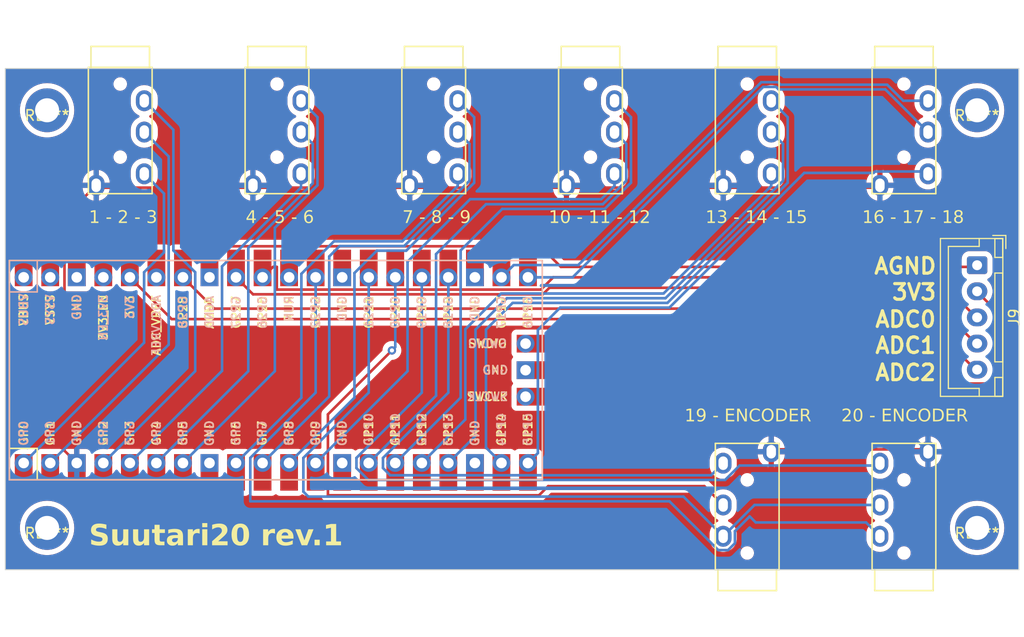
<source format=kicad_pcb>
(kicad_pcb (version 20240108) (generator "pcbnew") (generator_version "8.0")
  (layers (0 "F.Cu" signal) (31 "B.Cu" signal) (34 "B.Paste" user) (35 "F.Paste" user) (36 "B.SilkS" user "B.Silkscreen") (37 "F.SilkS" user "F.Silkscreen") (38 "B.Mask" user) (39 "F.Mask" user) (44 "Edge.Cuts" user))
  (net 0 "")
  (net 1 "1")
  (net 2 "2")
  (net 3 "3")
  (net 4 "4")
  (net 5 "5")
  (net 6 "6")
  (net 7 "7")
  (net 8 "8")
  (net 9 "9")
  (net 10 "10")
  (net 11 "11")
  (net 12 "12")
  (net 13 "13")
  (net 14 "14")
  (net 15 "15")
  (net 16 "16")
  (net 17 "17")
  (net 18 "18")
  (net 19 "GND")
  (net 34 "19")
  (net 35 "ENC2")
  (net 36 "ENC1")
  (net 37 "ENC0")
  (net 38 "20")
  (net 39 "ADC1")
  (net 40 "ADC0")
  (net 41 "3V3")
  (net 42 "AGND")
  (net 43 "ADC2")
  (footprint "ScottoKeebs_Components:TRRS_PJ-320A" (layer "F.Cu") (at 116 50.8875)
    (property "Reference" "J2")
    (property "Value" "TRRS")
    (pad "" np_thru_hole circle (at 0 1.6) (size 0.8 0.8) (drill 0.8) (layers "*.Cu" "*.Mask"))
    (pad "" np_thru_hole circle (at 0 8.6) (size 0.8 0.8) (drill 0.8) (layers "*.Cu" "*.Mask"))
    (pad "1" thru_hole oval (at -2.3 11.3) (size 1.6 2) (drill oval 0.9 1.3) (layers "*.Cu" "*.Mask") (net 19 "GND"))
    (pad "2" thru_hole oval (at 2.3 10.2) (size 1.6 2) (drill oval 0.9 1.3) (layers "*.Cu" "*.Mask") (net 4 "4"))
    (pad "3" thru_hole oval (at 2.3 6.2) (size 1.6 2) (drill oval 0.9 1.3) (layers "*.Cu" "*.Mask") (net 5 "5"))
    (pad "4" thru_hole oval (at 2.3 3.2) (size 1.6 2) (drill oval 0.9 1.3) (layers "*.Cu" "*.Mask") (net 6 "6"))
  )
  (footprint "ScottoKeebs_Components:TRRS_PJ-320A" (layer "F.Cu") (at 101 50.8875)
    (property "Reference" "J1")
    (property "Value" "TRRS")
    (pad "" np_thru_hole circle (at 0 1.6) (size 0.8 0.8) (drill 0.8) (layers "*.Cu" "*.Mask"))
    (pad "" np_thru_hole circle (at 0 8.6) (size 0.8 0.8) (drill 0.8) (layers "*.Cu" "*.Mask"))
    (pad "1" thru_hole oval (at -2.3 11.3) (size 1.6 2) (drill oval 0.9 1.3) (layers "*.Cu" "*.Mask") (net 19 "GND"))
    (pad "2" thru_hole oval (at 2.3 10.2) (size 1.6 2) (drill oval 0.9 1.3) (layers "*.Cu" "*.Mask") (net 1 "1"))
    (pad "3" thru_hole oval (at 2.3 6.2) (size 1.6 2) (drill oval 0.9 1.3) (layers "*.Cu" "*.Mask") (net 2 "2"))
    (pad "4" thru_hole oval (at 2.3 3.2) (size 1.6 2) (drill oval 0.9 1.3) (layers "*.Cu" "*.Mask") (net 3 "3"))
  )
  (footprint "ScottoKeebs_Components:TRRS_PJ-320A" (layer "F.Cu") (at 131 50.8875)
    (property "Reference" "J3")
    (property "Value" "TRRS")
    (pad "" np_thru_hole circle (at 0 1.6) (size 0.8 0.8) (drill 0.8) (layers "*.Cu" "*.Mask"))
    (pad "" np_thru_hole circle (at 0 8.6) (size 0.8 0.8) (drill 0.8) (layers "*.Cu" "*.Mask"))
    (pad "1" thru_hole oval (at -2.3 11.3) (size 1.6 2) (drill oval 0.9 1.3) (layers "*.Cu" "*.Mask") (net 19 "GND"))
    (pad "2" thru_hole oval (at 2.3 10.2) (size 1.6 2) (drill oval 0.9 1.3) (layers "*.Cu" "*.Mask") (net 7 "7"))
    (pad "3" thru_hole oval (at 2.3 6.2) (size 1.6 2) (drill oval 0.9 1.3) (layers "*.Cu" "*.Mask") (net 8 "8"))
    (pad "4" thru_hole oval (at 2.3 3.2) (size 1.6 2) (drill oval 0.9 1.3) (layers "*.Cu" "*.Mask") (net 9 "9"))
  )
  (footprint "ScottoKeebs_Components:TRRS_PJ-320A" (layer "F.Cu") (at 161 99 180)
    (property "Reference" "J7")
    (property "Value" "TRRS")
    (pad "" np_thru_hole circle (at -0.000002 8.600003 180) (size 0.8 0.8) (drill 0.8) (layers "*.Cu" "*.Mask"))
    (pad "" np_thru_hole circle (at -0.000001 1.599999 180) (size 0.8 0.8) (drill 0.8) (layers "*.Cu" "*.Mask"))
    (pad "1" thru_hole oval (at -2.299998 11.3 180) (size 1.6 2) (drill oval 0.9 1.3) (layers "*.Cu" "*.Mask") (net 19 "GND"))
    (pad "2" thru_hole oval (at 2.299997 10.200004 180) (size 1.6 2) (drill oval 0.9 1.3) (layers "*.Cu" "*.Mask") (net 34 "19"))
    (pad "3" thru_hole oval (at 2.299998 6.199998 180) (size 1.6 2) (drill oval 0.9 1.3) (layers "*.Cu" "*.Mask") (net 37 "ENC0"))
    (pad "4" thru_hole oval (at 2.3 3.200002 180) (size 1.6 2) (drill oval 0.9 1.3) (layers "*.Cu" "*.Mask") (net 36 "ENC1"))
  )
  (footprint "ScottoKeebs_Components:TRRS_PJ-320A" (layer "F.Cu") (at 176 99 180)
    (property "Reference" "J8")
    (property "Value" "TRRS")
    (pad "" np_thru_hole circle (at -0.000002 8.600003 180) (size 0.8 0.8) (drill 0.8) (layers "*.Cu" "*.Mask"))
    (pad "" np_thru_hole circle (at -0.000001 1.599999 180) (size 0.8 0.8) (drill 0.8) (layers "*.Cu" "*.Mask"))
    (pad "1" thru_hole oval (at -2.299998 11.3 180) (size 1.6 2) (drill oval 0.9 1.3) (layers "*.Cu" "*.Mask") (net 19 "GND"))
    (pad "2" thru_hole oval (at 2.299997 10.200004 180) (size 1.6 2) (drill oval 0.9 1.3) (layers "*.Cu" "*.Mask") (net 38 "20"))
    (pad "3" thru_hole oval (at 2.299998 6.199998 180) (size 1.6 2) (drill oval 0.9 1.3) (layers "*.Cu" "*.Mask") (net 36 "ENC1"))
    (pad "4" thru_hole oval (at 2.3 3.200002 180) (size 1.6 2) (drill oval 0.9 1.3) (layers "*.Cu" "*.Mask") (net 35 "ENC2"))
  )
  (footprint "ScottoKeebs_Components:TRRS_PJ-320A" (layer "F.Cu") (at 146 50.8875)
    (property "Reference" "J4")
    (property "Value" "TRRS")
    (pad "" np_thru_hole circle (at 0 1.6) (size 0.8 0.8) (drill 0.8) (layers "*.Cu" "*.Mask"))
    (pad "" np_thru_hole circle (at 0 8.6) (size 0.8 0.8) (drill 0.8) (layers "*.Cu" "*.Mask"))
    (pad "1" thru_hole oval (at -2.3 11.3) (size 1.6 2) (drill oval 0.9 1.3) (layers "*.Cu" "*.Mask") (net 19 "GND"))
    (pad "2" thru_hole oval (at 2.3 10.2) (size 1.6 2) (drill oval 0.9 1.3) (layers "*.Cu" "*.Mask") (net 10 "10"))
    (pad "3" thru_hole oval (at 2.3 6.2) (size 1.6 2) (drill oval 0.9 1.3) (layers "*.Cu" "*.Mask") (net 11 "11"))
    (pad "4" thru_hole oval (at 2.3 3.2) (size 1.6 2) (drill oval 0.9 1.3) (layers "*.Cu" "*.Mask") (net 12 "12"))
  )
  (footprint "kbd:M2_Hole_TH" (layer "F.Cu") (at 183 55)
    (property "Reference" "REF**" (at 0 0.5 0) (layer "F.SilkS"))
    (property "Value" "M2_Hole_TH")
    (pad "" thru_hole circle (at 0 0) (size 4.2 4.2) (drill 2.3) (layers "*.Cu" "*.Mask"))
  )
  (footprint "kbd:M2_Hole_TH" (layer "F.Cu") (at 94 95)
    (property "Reference" "REF**" (at 0 0.5 0) (layer "F.SilkS"))
    (property "Value" "M2_Hole_TH")
    (pad "" thru_hole circle (at 0 0) (size 4.2 4.2) (drill 2.3) (layers "*.Cu" "*.Mask"))
  )
  (footprint "kbd:M2_Hole_TH" (layer "F.Cu") (at 183 95)
    (property "Reference" "REF**" (at 0 0.5 0) (layer "F.SilkS"))
    (property "Value" "M2_Hole_TH")
    (pad "" thru_hole circle (at 0 0) (size 4.2 4.2) (drill 2.3) (layers "*.Cu" "*.Mask"))
  )
  (footprint "Connector_JST:JST_XH_B5B-XH-A_1x05_P2.50mm_Vertical" (layer "F.Cu") (at 183 69.84 -90)
    (property "Reference" "J9" (at 5 -3.549998 90) (layer "F.SilkS"))
    (property "Value" "Conn_01x05")
    (pad "1" thru_hole roundrect (at 0 0 270) (size 1.7 1.95) (drill 0.95) (layers "*.Cu" "*.Mask") (roundrect_rratio 0.147059) (net 42 "AGND"))
    (pad "2" thru_hole oval (at 2.499999 -0.000002 270) (size 1.7 1.95) (drill 0.95) (layers "*.Cu" "*.Mask") (net 41 "3V3"))
    (pad "3" thru_hole oval (at 4.999999 0.000001 270) (size 1.7 1.95) (drill 0.95) (layers "*.Cu" "*.Mask") (net 40 "ADC0"))
    (pad "4" thru_hole oval (at 7.5 -0.000002 270) (size 1.7 1.95) (drill 0.95) (layers "*.Cu" "*.Mask") (net 39 "ADC1"))
    (pad "5" thru_hole oval (at 9.999999 -0.000001 270) (size 1.7 1.95) (drill 0.95) (layers "*.Cu" "*.Mask") (net 43 "ADC2"))
  )
  (footprint "ScottoKeebs_Components:TRRS_PJ-320A" (layer "F.Cu") (at 161 50.8875)
    (property "Reference" "J5")
    (property "Value" "TRRS")
    (pad "" np_thru_hole circle (at 0 1.6) (size 0.8 0.8) (drill 0.8) (layers "*.Cu" "*.Mask"))
    (pad "" np_thru_hole circle (at 0 8.6) (size 0.8 0.8) (drill 0.8) (layers "*.Cu" "*.Mask"))
    (pad "1" thru_hole oval (at -2.3 11.3) (size 1.6 2) (drill oval 0.9 1.3) (layers "*.Cu" "*.Mask") (net 19 "GND"))
    (pad "2" thru_hole oval (at 2.3 10.2) (size 1.6 2) (drill oval 0.9 1.3) (layers "*.Cu" "*.Mask") (net 13 "13"))
    (pad "3" thru_hole oval (at 2.3 6.2) (size 1.6 2) (drill oval 0.9 1.3) (layers "*.Cu" "*.Mask") (net 14 "14"))
    (pad "4" thru_hole oval (at 2.3 3.2) (size 1.6 2) (drill oval 0.9 1.3) (layers "*.Cu" "*.Mask") (net 15 "15"))
  )
  (footprint "ScottoKeebs_MCU:Raspberry_Pi_Pico" (layer "F.Cu") (at 115.89 79.89 90)
    (property "Reference" "U1" (hide yes))
    (property "Value" "Raspberry_Pi_Pico" (hide yes))
    (fp_text user "GP13" (at -5.690002 16.510002 90) (layer "B.SilkS") (effects (font (size 0.8 0.8)) (justify mirror)))
    (fp_text user "GP10" (at -5.69 8.89 90) (layer "B.SilkS") (effects (font (size 0.8 0.8)) (justify mirror)))
    (fp_text user "3V3_EN" (at 5.040001 -16.509999 90) (layer "B.SilkS") (effects (font (size 0.8 0.8)) (justify mirror)))
    (fp_text user "RUN" (at 5.89 1.270002 90) (layer "B.SilkS") (effects (font (size 0.8 0.8)) (justify mirror)))
    (fp_text user "GP1" (at -6.04 -21.600002 90) (layer "B.SilkS") (effects (font (size 0.8 0.8)) (justify mirror)))
    (fp_text user "SWCLK" (at -2.540001 20.249998 0) (layer "B.SilkS") (effects (font (size 0.8 0.8)) (justify mirror)))
    (fp_text user "GP2" (at -6.039999 -16.51 90) (layer "B.SilkS") (effects (font (size 0.8 0.8)) (justify mirror)))
    (fp_text user "GP20" (at 5.540002 11.43 90) (layer "B.SilkS") (effects (font (size 0.8 0.8)) (justify mirror)))
    (fp_text user "GP4" (at -6.039999 -11.430002 90) (layer "B.SilkS") (effects (font (size 0.8 0.8)) (justify mirror)))
    (fp_text user "GND" (at 0.000002 21 0) (layer "B.SilkS") (effects (font (size 0.8 0.8)) (justify mirror)))
    (fp_text user "VBUS" (at 5.789998 -24.129998 90) (layer "B.SilkS") (effects (font (size 0.8 0.8)) (justify mirror)))
    (fp_text user "VSYS" (at 5.790001 -21.59 90) (layer "B.SilkS") (effects (font (size 0.8 0.8)) (justify mirror)))
    (fp_text user "GP3" (at -6.040001 -13.969997 90) (layer "B.SilkS") (effects (font (size 0.8 0.8)) (justify mirror)))
    (fp_text user "GP9" (at -6.040002 3.809998 90) (layer "B.SilkS") (effects (font (size 0.8 0.8)) (justify mirror)))
    (fp_text user "GP6" (at -6.04 -3.81 90) (layer "B.SilkS") (effects (font (size 0.8 0.8)) (justify mirror)))
    (fp_text user "GP26" (at 5.54 -1.27 90) (layer "B.SilkS") (effects (font (size 0.8 0.8)) (justify mirror)))
    (fp_text user "GND" (at -6.04 6.350001 90) (layer "B.SilkS") (effects (font (size 0.8 0.8)) (justify mirror)))
    (fp_text user "ADC_VREF" (at 4.289998 -11.430001 90) (layer "B.SilkS") (effects (font (size 0.8 0.8)) (justify mirror)))
    (fp_text user "GP0" (at -6.040001 -24.129999 90) (layer "B.SilkS") (effects (font (size 0.8 0.8)) (justify mirror)))
    (fp_text user "GP18" (at 5.54 16.51 90) (layer "B.SilkS") (effects (font (size 0.8 0.8)) (justify mirror)))
    (fp_text user "GP5" (at -6.040001 -8.89 90) (layer "B.SilkS") (effects (font (size 0.8 0.8)) (justify mirror)))
    (fp_text user "GND" (at 6.039999 -19.050001 90) (layer "B.SilkS") (effects (font (size 0.8 0.8)) (justify mirror)))
    (fp_text user "GP8" (at -6.04 1.27 90) (layer "B.SilkS") (effects (font (size 0.8 0.8)) (justify mirror)))
    (fp_text user "GND" (at 5.89 6.350001 90) (layer "B.SilkS") (effects (font (size 0.8 0.8)) (justify mirror)))
    (fp_text user "GP28" (at 5.539999 -8.889998 90) (layer "B.SilkS") (effects (font (size 0.8 0.8)) (justify mirror)))
    (fp_text user "GP7" (at -6.039999 -1.299999 90) (layer "B.SilkS") (effects (font (size 0.8 0.8)) (justify mirror)))
    (fp_text user "3V3" (at 6.040003 -13.970003 90) (layer "B.SilkS") (effects (font (size 0.8 0.8)) (justify mirror)))
    (fp_text user "GND" (at -6.040001 -19.05 90) (layer "B.SilkS") (effects (font (size 0.8 0.8)) (justify mirror)))
    (fp_text user "GP22" (at 5.540003 3.809997 90) (layer "B.SilkS") (effects (font (size 0.8 0.8)) (justify mirror)))
    (fp_text user "GP19" (at 5.539999 13.969999 90) (layer "B.SilkS") (effects (font (size 0.8 0.8)) (justify mirror)))
    (fp_text user "GP17" (at 5.539997 21.59 90) (layer "B.SilkS") (effects (font (size 0.8 0.8)) (justify mirror)))
    (fp_text user "GP27" (at 5.540001 -3.800001 90) (layer "B.SilkS") (effects (font (size 0.8 0.8)) (justify mirror)))
    (fp_text user "AGND" (at 5.540001 -6.349999 90) (layer "B.SilkS") (effects (font (size 0.8 0.8)) (justify mirror)))
    (fp_text user "GND" (at -6.039999 19.050001 90) (layer "B.SilkS") (effects (font (size 0.8 0.8)) (justify mirror)))
    (fp_text user "GP12" (at -5.69 13.969999 90) (layer "B.SilkS") (effects (font (size 0.8 0.8)) (justify mirror)))
    (fp_text user "GP11" (at -5.690001 11.430002 90) (layer "B.SilkS") (effects (font (size 0.8 0.8)) (justify mirror)))
    (fp_text user "GP16" (at 5.54 24.129998 90) (layer "B.SilkS") (effects (font (size 0.8 0.8)) (justify mirror)))
    (fp_text user "GND" (at 5.89 19.05 90) (layer "B.SilkS") (effects (font (size 0.8 0.8)) (justify mirror)))
    (fp_text user "SWDIO" (at 2.54 20.250002 0) (layer "B.SilkS") (effects (font (size 0.8 0.8)) (justify mirror)))
    (fp_text user "GND" (at -6.04 -6.350001 90) (layer "B.SilkS") (effects (font (size 0.8 0.8)) (justify mirror)))
    (fp_text user "GP14" (at -5.689998 21.589999 90) (layer "B.SilkS") (effects (font (size 0.8 0.8)) (justify mirror)))
    (fp_text user "GP15" (at -5.69 24.129998 90) (layer "B.SilkS") (effects (font (size 0.8 0.8)) (justify mirror)))
    (fp_text user "GP21" (at 5.54 8.899998 90) (layer "B.SilkS") (effects (font (size 0.8 0.8)) (justify mirror)))
    (fp_text user "GND" (at -6.039999 19.050001 90) (layer "F.SilkS") (effects (font (size 0.8 0.8))))
    (fp_text user "SWDIO" (at 2.54 20.250002 0) (layer "F.SilkS") (effects (font (size 0.8 0.8))))
    (fp_text user "VBUS" (at 5.789998 -24.129998 90) (layer "F.SilkS") (effects (font (size 0.8 0.8))))
    (fp_text user "GP27" (at 5.540001 -3.800001 90) (layer "F.SilkS") (effects (font (size 0.8 0.8))))
    (fp_text user "GP2" (at -6.039999 -16.51 90) (layer "F.SilkS") (effects (font (size 0.8 0.8))))
    (fp_text user "VSYS" (at 5.790001 -21.59 90) (layer "F.SilkS") (effects (font (size 0.8 0.8))))
    (fp_text user "GP19" (at 5.539999 13.969999 90) (layer "F.SilkS") (effects (font (size 0.8 0.8))))
    (fp_text user "GP28" (at 5.539999 -8.889998 90) (layer "F.SilkS") (effects (font (size 0.8 0.8))))
    (fp_text user "GP0" (at -6.040001 -24.129999 90) (layer "F.SilkS") (effects (font (size 0.8 0.8))))
    (fp_text user "GP17" (at 5.539997 21.59 90) (layer "F.SilkS") (effects (font (size 0.8 0.8))))
    (fp_text user "AGND" (at 5.540001 -6.349999 90) (layer "F.SilkS") (effects (font (size 0.8 0.8))))
    (fp_text user "ADC_VREF" (at 4.289998 -11.430001 90) (layer "F.SilkS") (effects (font (size 0.8 0.8))))
    (fp_text user "GND" (at 6.039999 -19.050001 90) (layer "F.SilkS") (effects (font (size 0.8 0.8))))
    (fp_text user "GP18" (at 5.54 16.51 90) (layer "F.SilkS") (effects (font (size 0.8 0.8))))
    (fp_text user "GP8" (at -6.04 1.27 90) (layer "F.SilkS") (effects (font (size 0.8 0.8))))
    (fp_text user "GP12" (at -5.69 13.969999 90) (layer "F.SilkS") (effects (font (size 0.8 0.8))))
    (fp_text user "GND" (at 5.89 19.05 90) (layer "F.SilkS") (effects (font (size 0.8 0.8))))
    (fp_text user "GND" (at 5.89 6.350001 90) (layer "F.SilkS") (effects (font (size 0.8 0.8))))
    (fp_text user "GP4" (at -6.039999 -11.430002 90) (layer "F.SilkS") (effects (font (size 0.8 0.8))))
    (fp_text user "GP22" (at 5.540003 3.809997 90) (layer "F.SilkS") (effects (font (size 0.8 0.8))))
    (fp_text user "GP1" (at -6.04 -21.600002 90) (layer "F.SilkS") (effects (font (size 0.8 0.8))))
    (fp_text user "GP16" (at 5.54 24.129998 90) (layer "F.SilkS") (effects (font (size 0.8 0.8))))
    (fp_text user "GP11" (at -5.690001 11.430002 90) (layer "F.SilkS") (effects (font (size 0.8 0.8))))
    (fp_text user "SWCLK" (at -2.540001 20.249998 0) (layer "F.SilkS") (effects (font (size 0.8 0.8))))
    (fp_text user "GP21" (at 5.54 8.899998 90) (layer "F.SilkS") (effects (font (size 0.8 0.8))))
    (fp_text user "GP26" (at 5.54 -1.27 90) (layer "F.SilkS") (effects (font (size 0.8 0.8))))
    (fp_text user "GP5" (at -6.040001 -8.89 90) (layer "F.SilkS") (effects (font (size 0.8 0.8))))
    (fp_text user "GND" (at -6.040001 -19.05 90) (layer "F.SilkS") (effects (font (size 0.8 0.8))))
    (fp_text user "GP3" (at -6.040001 -13.969997 90) (layer "F.SilkS") (effects (font (size 0.8 0.8))))
    (fp_text user "GND" (at 0.000002 21 0) (layer "F.SilkS") (effects (font (size 0.8 0.8))))
    (fp_text user "GP13" (at -5.690002 16.510002 90) (layer "F.SilkS") (effects (font (size 0.8 0.8))))
    (fp_text user "RUN" (at 5.89 1.270002 90) (layer "F.SilkS") (effects (font (size 0.8 0.8))))
    (fp_text user "GP15" (at -5.69 24.129998 90) (layer "F.SilkS") (effects (font (size 0.8 0.8))))
    (fp_text user "3V3" (at 6.040003 -13.970003 90) (layer "F.SilkS") (effects (font (size 0.8 0.8))))
    (fp_text user "3V3_EN" (at 5.040001 -16.509999 90) (layer "F.SilkS") (effects (font (size 0.8 0.8))))
    (fp_text user "GND" (at -6.04 6.350001 90) (layer "F.SilkS") (effects (font (size 0.8 0.8))))
    (fp_text user "GP14" (at -5.689998 21.589999 90) (layer "F.SilkS") (effects (font (size 0.8 0.8))))
    (fp_text user "GP7" (at -6.039999 -1.299999 90) (layer "F.SilkS") (effects (font (size 0.8 0.8))))
    (fp_text user "GND" (at -6.04 -6.350001 90) (layer "F.SilkS") (effects (font (size 0.8 0.8))))
    (fp_text user "GP6" (at -6.04 -3.81 90) (layer "F.SilkS") (effects (font (size 0.8 0.8))))
    (fp_text user "GP9" (at -6.040002 3.809998 90) (layer "F.SilkS") (effects (font (size 0.8 0.8))))
    (fp_text user "GP10" (at -5.69 8.89 90) (layer "F.SilkS") (effects (font (size 0.8 0.8))))
    (fp_text user "GP20" (at 5.540002 11.43 90) (layer "F.SilkS") (effects (font (size 0.8 0.8))))
    (pad "1" thru_hole oval (at -8.89 -24.129999 90) (size 1.7 1.7) (drill 1.02) (layers "*.Cu" "*.Mask") (net 1 "1"))
    (pad "1" smd rect (at -8.89 -24.129999 90) (size 3.5 1.7) (drill (offset -0.9 0)) (layers "F.Cu" "F.Mask") (net 1 "1"))
    (pad "2" thru_hole oval (at -8.890001 -21.589999 90) (size 1.7 1.7) (drill 1.02) (layers "*.Cu" "*.Mask") (net 2 "2"))
    (pad "2" smd rect (at -8.890001 -21.589999 90) (size 3.5 1.7) (drill (offset -0.9 0)) (layers "F.Cu" "F.Mask") (net 2 "2"))
    (pad "3" thru_hole rect (at -8.889999 -19.050002 90) (size 1.7 1.7) (drill 1.02) (layers "*.Cu" "*.Mask") (net 19 "GND"))
    (pad "3" smd rect (at -8.889999 -19.050002 90) (size 3.5 1.7) (drill (offset -0.9 0)) (layers "F.Cu" "F.Mask") (net 19 "GND"))
    (pad "4" thru_hole oval (at -8.889999 -16.51 90) (size 1.7 1.7) (drill 1.02) (layers "*.Cu" "*.Mask") (net 3 "3"))
    (pad "4" smd rect (at -8.889999 -16.51 90) (size 3.5 1.7) (drill (offset -0.9 0)) (layers "F.Cu" "F.Mask") (net 3 "3"))
    (pad "5" thru_hole oval (at -8.889999 -13.97 90) (size 1.7 1.7) (drill 1.02) (layers "*.Cu" "*.Mask") (net 4 "4"))
    (pad "5" smd rect (at -8.889999 -13.97 90) (size 3.5 1.7) (drill (offset -0.9 0)) (layers "F.Cu" "F.Mask") (net 4 "4"))
    (pad "6" thru_hole oval (at -8.889999 -11.43 90) (size 1.7 1.7) (drill 1.02) (layers "*.Cu" "*.Mask") (net 5 "5"))
    (pad "6" smd rect (at -8.889999 -11.43 90) (size 3.5 1.7) (drill (offset -0.9 0)) (layers "F.Cu" "F.Mask") (net 5 "5"))
    (pad "7" thru_hole oval (at -8.89 -8.89 90) (size 1.7 1.7) (drill 1.02) (layers "*.Cu" "*.Mask") (net 6 "6"))
    (pad "7" smd rect (at -8.89 -8.89 90) (size 3.5 1.7) (drill (offset -0.9 0)) (layers "F.Cu" "F.Mask") (net 6 "6"))
    (pad "8" thru_hole rect (at -8.890001 -6.349999 90) (size 1.7 1.7) (drill 1.02) (layers "*.Cu" "*.Mask"))
    (pad "8" smd rect (at -8.890001 -6.349999 90) (size 3.5 1.7) (drill (offset -0.9 0)) (layers "F.Cu" "F.Mask"))
    (pad "9" thru_hole oval (at -8.889999 -3.810001 90) (size 1.7 1.7) (drill 1.02) (layers "*.Cu" "*.Mask") (net 7 "7"))
    (pad "9" smd rect (at -8.889999 -3.810001 90) (size 3.5 1.7) (drill (offset -0.9 0)) (layers "F.Cu" "F.Mask") (net 7 "7"))
    (pad "10" thru_hole oval (at -8.889999 -1.27 90) (size 1.7 1.7) (drill 1.02) (layers "*.Cu" "*.Mask") (net 8 "8"))
    (pad "10" smd rect (at -8.889999 -1.27 90) (size 3.5 1.7) (drill (offset -0.9 0)) (layers "F.Cu" "F.Mask") (net 8 "8"))
    (pad "11" thru_hole oval (at -8.890001 1.269999 90) (size 1.7 1.7) (drill 1.02) (layers "*.Cu" "*.Mask") (net 9 "9"))
    (pad "11" smd rect (at -8.890001 1.269999 90) (size 3.5 1.7) (drill (offset -0.9 0)) (layers "F.Cu" "F.Mask") (net 9 "9"))
    (pad "12" thru_hole oval (at -8.89 3.809998 90) (size 1.7 1.7) (drill 1.02) (layers "*.Cu" "*.Mask") (net 10 "10"))
    (pad "12" smd rect (at -8.89 3.809998 90) (size 3.5 1.7) (drill (offset -0.9 0)) (layers "F.Cu" "F.Mask") (net 10 "10"))
    (pad "13" thru_hole rect (at -8.890001 6.350002 90) (size 1.7 1.7) (drill 1.02) (layers "*.Cu" "*.Mask"))
    (pad "13" smd rect (at -8.890001 6.350002 90) (size 3.5 1.7) (drill (offset -0.9 0)) (layers "F.Cu" "F.Mask"))
    (pad "14" thru_hole oval (at -8.89 8.89 90) (size 1.7 1.7) (drill 1.02) (layers "*.Cu" "*.Mask") (net 11 "11"))
    (pad "14" smd rect (at -8.89 8.89 90) (size 3.5 1.7) (drill (offset -0.9 0)) (layers "F.Cu" "F.Mask") (net 11 "11"))
    (pad "15" thru_hole oval (at -8.890001 11.43 90) (size 1.7 1.7) (drill 1.02) (layers "*.Cu" "*.Mask") (net 12 "12"))
    (pad "15" smd rect (at -8.890001 11.43 90) (size 3.5 1.7) (drill (offset -0.9 0)) (layers "F.Cu" "F.Mask") (net 12 "12"))
    (pad "16" thru_hole oval (at -8.889999 13.969998 90) (size 1.7 1.7) (drill 1.02) (layers "*.Cu" "*.Mask") (net 13 "13"))
    (pad "16" smd rect (at -8.889999 13.969998 90) (size 3.5 1.7) (drill (offset -0.9 0)) (layers "F.Cu" "F.Mask") (net 13 "13"))
    (pad "17" thru_hole oval (at -8.89 16.509999 90) (size 1.7 1.7) (drill 1.02) (layers "*.Cu" "*.Mask") (net 14 "14"))
    (pad "17" smd rect (at -8.89 16.509999 90) (size 3.5 1.7) (drill (offset -0.9 0)) (layers "F.Cu" "F.Mask") (net 14 "14"))
    (pad "18" thru_hole rect (at -8.89 19.049998 90) (size 1.7 1.7) (drill 1.02) (layers "*.Cu" "*.Mask"))
    (pad "18" smd rect (at -8.89 19.049998 90) (size 3.5 1.7) (drill (offset -0.9 0)) (layers "F.Cu" "F.Mask"))
    (pad "19" thru_hole oval (at -8.89 21.590001 90) (size 1.7 1.7) (drill 1.02) (layers "*.Cu" "*.Mask") (net 15 "15"))
    (pad "19" smd rect (at -8.89 21.590001 90) (size 3.5 1.7) (drill (offset -0.9 0)) (layers "F.Cu" "F.Mask") (net 15 "15"))
    (pad "20" thru_hole oval (at -8.890001 24.130002 90) (size 1.7 1.7) (drill 1.02) (layers "*.Cu" "*.Mask") (net 16 "16"))
    (pad "20" smd rect (at -8.890001 24.130002 90) (size 3.5 1.7) (drill (offset -0.9 0)) (layers "F.Cu" "F.Mask") (net 16 "16"))
    (pad "21" thru_hole oval (at 8.89 24.129999 90) (size 1.7 1.7) (drill 1.02) (layers "*.Cu" "*.Mask") (net 17 "17"))
    (pad "21" smd rect (at 8.89 24.129999 90) (size 3.5 1.7) (drill (offset 0.9 0)) (layers "F.Cu" "F.Mask") (net 17 "17"))
    (pad "22" thru_hole oval (at 8.890001 21.589999 90) (size 1.7 1.7) (drill 1.02) (layers "*.Cu" "*.Mask") (net 18 "18"))
    (pad "22" smd rect (at 8.890001 21.589999 90) (size 3.5 1.7) (drill (offset 0.9 0)) (layers "F.Cu" "F.Mask") (net 18 "18"))
    (pad "23" thru_hole rect (at 8.889999 19.050002 90) (size 1.7 1.7) (drill 1.02) (layers "*.Cu" "*.Mask"))
    (pad "23" smd rect (at 8.889999 19.050002 90) (size 3.5 1.7) (drill (offset 0.9 0)) (layers "F.Cu" "F.Mask"))
    (pad "24" thru_hole oval (at 8.889999 16.51 90) (size 1.7 1.7) (drill 1.02) (layers "*.Cu" "*.Mask") (net 34 "19"))
    (pad "24" smd rect (at 8.889999 16.51 90) (size 3.5 1.7) (drill (offset 0.9 0)) (layers "F.Cu" "F.Mask") (net 34 "19"))
    (pad "25" thru_hole oval (at 8.889999 13.97 90) (size 1.7 1.7) (drill 1.02) (layers "*.Cu" "*.Mask") (net 38 "20"))
    (pad "25" smd rect (at 8.889999 13.97 90) (size 3.5 1.7) (drill (offset 0.9 0)) (layers "F.Cu" "F.Mask") (net 38 "20"))
    (pad "26" thru_hole oval (at 8.889999 11.43 90) (size 1.7 1.7) (drill 1.02) (layers "*.Cu" "*.Mask") (net 37 "ENC0"))
    (pad "26" smd rect (at 8.889999 11.43 90) (size 3.5 1.7) (drill (offset 0.9 0)) (layers "F.Cu" "F.Mask") (net 37 "ENC0"))
    (pad "27" thru_hole oval (at 8.89 8.89 90) (size 1.7 1.7) (drill 1.02) (layers "*.Cu" "*.Mask") (net 36 "ENC1"))
    (pad "27" smd rect (at 8.89 8.89 90) (size 3.5 1.7) (drill (offset 0.9 0)) (layers "F.Cu" "F.Mask") (net 36 "ENC1"))
    (pad "28" thru_hole rect (at 8.890001 6.349999 90) (size 1.7 1.7) (drill 1.02) (layers "*.Cu" "*.Mask"))
    (pad "28" smd rect (at 8.890001 6.349999 90) (size 3.5 1.7) (drill (offset 0.9 0)) (layers "F.Cu" "F.Mask"))
    (pad "29" thru_hole oval (at 8.889999 3.810001 90) (size 1.7 1.7) (drill 1.02) (layers "*.Cu" "*.Mask") (net 35 "ENC2"))
    (pad "29" smd rect (at 8.889999 3.810001 90) (size 3.5 1.7) (drill (offset 0.9 0)) (layers "F.Cu" "F.Mask") (net 35 "ENC2"))
    (pad "30" thru_hole oval (at 8.889999 1.27 90) (size 1.7 1.7) (drill 1.02) (layers "*.Cu" "*.Mask"))
    (pad "30" smd rect (at 8.889999 1.27 90) (size 3.5 1.7) (drill (offset 0.9 0)) (layers "F.Cu" "F.Mask"))
    (pad "31" thru_hole oval (at 8.890001 -1.269999 90) (size 1.7 1.7) (drill 1.02) (layers "*.Cu" "*.Mask") (net 40 "ADC0"))
    (pad "31" smd rect (at 8.890001 -1.269999 90) (size 3.5 1.7) (drill (offset 0.9 0)) (layers "F.Cu" "F.Mask") (net 40 "ADC0"))
    (pad "32" thru_hole oval (at 8.89 -3.809998 90) (size 1.7 1.7) (drill 1.02) (layers "*.Cu" "*.Mask") (net 39 "ADC1"))
    (pad "32" smd rect (at 8.89 -3.809998 90) (size 3.5 1.7) (drill (offset 0.9 0)) (layers "F.Cu" "F.Mask") (net 39 "ADC1"))
    (pad "33" thru_hole rect (at 8.890001 -6.350002 90) (size 1.7 1.7) (drill 1.02) (layers "*.Cu" "*.Mask") (net 42 "AGND"))
    (pad "33" smd rect (at 8.890001 -6.350002 90) (size 3.5 1.7) (drill (offset 0.9 0)) (layers "F.Cu" "F.Mask") (net 42 "AGND"))
    (pad "34" thru_hole oval (at 8.89 -8.89 90) (size 1.7 1.7) (drill 1.02) (layers "*.Cu" "*.Mask") (net 43 "ADC2"))
    (pad "34" smd rect (at 8.89 -8.89 90) (size 3.5 1.7) (drill (offset 0.9 0)) (layers "F.Cu" "F.Mask") (net 43 "ADC2"))
    (pad "35" thru_hole oval (at 8.890001 -11.43 90) (size 1.7 1.7) (drill 1.02) (layers "*.Cu" "*.Mask"))
    (pad "35" smd rect (at 8.890001 -11.43 90) (size 3.5 1.7) (drill (offset 0.9 0)) (layers "F.Cu" "F.Mask"))
    (pad "36" thru_hole oval (at 8.889999 -13.969998 90) (size 1.7 1.7) (drill 1.02) (layers "*.Cu" "*.Mask") (net 41 "3V3"))
    (pad "36" smd rect (at 8.889999 -13.969998 90) (size 3.5 1.7) (drill (offset 0.9 0)) (layers "F.Cu" "F.Mask") (net 41 "3V3"))
    (pad "37" thru_hole oval (at 8.89 -16.509999 90) (size 1.7 1.7) (drill 1.02) (layers "*.Cu" "*.Mask"))
    (pad "37" smd rect (at 8.89 -16.509999 90) (size 3.5 1.7) (drill (offset 0.9 0)) (layers "F.Cu" "F.Mask"))
    (pad "38" thru_hole rect (at 8.89 -19.049998 90) (size 1.7 1.7) (drill 1.02) (layers "*.Cu" "*.Mask"))
    (pad "38" smd rect (at 8.89 -19.049998 90) (size 3.5 1.7) (drill (offset 0.9 0)) (layers "F.Cu" "F.Mask"))
    (pad "39" thru_hole oval (at 8.89 -21.590001 90) (size 1.7 1.7) (drill 1.02) (layers "*.Cu" "*.Mask"))
    (pad "39" smd rect (at 8.89 -21.590001 90) (size 3.5 1.7) (drill (offset 0.9 0)) (layers "F.Cu" "F.Mask"))
    (pad "40" thru_hole oval (at 8.890001 -24.130002 90) (size 1.7 1.7) (drill 1.02) (layers "*.Cu" "*.Mask"))
    (pad "40" smd rect (at 8.890001 -24.130002 90) (size 3.5 1.7) (drill (offset 0.9 0)) (layers "F.Cu" "F.Mask"))
    (pad "41" thru_hole oval (at -2.539999 23.900002 90) (size 1.7 1.7) (drill 1.02) (layers "*.Cu" "*.Mask"))
    (pad "41" smd rect (at -2.539999 23.900002 180) (size 3.5 1.7) (drill (offset -0.9 0)) (layers "F.Cu" "F.Mask"))
    (pad "42" thru_hole rect (at 0 23.9 90) (size 1.7 1.7) (drill 1.02) (layers "*.Cu" "*.Mask"))
    (pad "42" smd rect (at 0 23.9 180) (size 3.5 1.7) (drill (offset -0.9 0)) (layers "F.Cu" "F.Mask"))
    (pad "43" thru_hole oval (at 2.540001 23.9 90) (size 1.7 1.7) (drill 1.02) (layers "*.Cu" "*.Mask"))
    (pad "43" smd rect (at 2.540001 23.9 180) (size 3.5 1.7) (drill (offset -0.9 0)) (layers "F.Cu" "F.Mask"))
  )
  (footprint "ScottoKeebs_Components:TRRS_PJ-320A" (layer "F.Cu") (at 176 50.887499)
    (property "Reference" "J6")
    (property "Value" "TRRS")
    (pad "" np_thru_hole circle (at 0 8.600004) (size 0.8 0.8) (drill 0.8) (layers "*.Cu" "*.Mask"))
    (pad "" np_thru_hole circle (at 0.000001 1.599999) (size 0.8 0.8) (drill 0.8) (layers "*.Cu" "*.Mask"))
    (pad "1" thru_hole oval (at -2.299998 11.300003) (size 1.6 2) (drill oval 0.9 1.3) (layers "*.Cu" "*.Mask") (net 19 "GND"))
    (pad "2" thru_hole oval (at 2.299995 10.200006) (size 1.6 2) (drill oval 0.9 1.3) (layers "*.Cu" "*.Mask") (net 16 "16"))
    (pad "3" thru_hole oval (at 2.299995 6.2) (size 1.6 2) (drill oval 0.9 1.3) (layers "*.Cu" "*.Mask") (net 17 "17"))
    (pad "4" thru_hole oval (at 2.299999 3.200002) (size 1.6 2) (drill oval 0.9 1.3) (layers "*.Cu" "*.Mask") (net 18 "18"))
  )
  (footprint "kbd:M2_Hole_TH" (layer "F.Cu") (at 94 55)
    (property "Reference" "REF**" (at 0 0.5 0) (layer "F.SilkS"))
    (property "Value" "M2_Hole_TH")
    (pad "" thru_hole circle (at 0 0) (size 4.2 4.2) (drill 2.3) (layers "*.Cu" "*.Mask"))
  )
  (gr_rect (start 90 51) (end 187 99) (stroke (width 0.1)) (fill none) (layer "Edge.Cuts"))
  (gr_text "1 - 2 - 3" (at 98 66 0) (layer "F.SilkS") (effects (font (size 1.2 1.2)) (justify left bottom)))
  (gr_text "Suutari20 rev.1" (at 98 97 0) (layer "F.SilkS") (effects (font (size 2 2) (thickness 0.3) (bold yes)) (justify left bottom)))
  (gr_text "ADC1\n" (at 173.1 78.4 0) (layer "F.SilkS") (effects (font (size 1.5 1.5) (thickness 0.3) (bold yes)) (justify left bottom)))
  (gr_text "4 - 5 - 6" (at 113 66 0) (layer "F.SilkS") (effects (font (size 1.2 1.2)) (justify left bottom)))
  (gr_text "13 - 14 - 15" (at 157 66 0) (layer "F.SilkS") (effects (font (size 1.2 1.2)) (justify left bottom)))
  (gr_text "7 - 8 - 9" (at 128 66 0) (layer "F.SilkS") (effects (font (size 1.2 1.2)) (justify left bottom)))
  (gr_text "19 - ENCODER" (at 155 85 0) (layer "F.SilkS") (effects (font (size 1.2 1.2)) (justify left bottom)))
  (gr_text "3V3\n" (at 174.7 73.3 0) (layer "F.SilkS") (effects (font (size 1.5 1.5) (thickness 0.3) (bold yes)) (justify left bottom)))
  (gr_text "16 - 17 - 18" (at 172 66 0) (layer "F.SilkS") (effects (font (size 1.2 1.2)) (justify left bottom)))
  (gr_text "ADC2\n" (at 173.1 81 0) (layer "F.SilkS") (effects (font (size 1.5 1.5) (thickness 0.3) (bold yes)) (justify left bottom)))
  (gr_text "AGND" (at 173 70.8 0) (layer "F.SilkS") (effects (font (size 1.5 1.5) (thickness 0.3) (bold yes)) (justify left bottom)))
  (gr_text "10 - 11 - 12" (at 142 66 0) (layer "F.SilkS") (effects (font (size 1.2 1.2)) (justify left bottom)))
  (gr_text "20 - ENCODER\n" (at 170 85 0) (layer "F.SilkS") (effects (font (size 1.2 1.2)) (justify left bottom)))
  (gr_text "ADC0\n" (at 173.1 75.9 0) (layer "F.SilkS") (effects (font (size 1.5 1.5) (thickness 0.3) (bold yes)) (justify left bottom)))
  (segment (start 103.3 61.0875) (end 105.185 62.9725) (width 0.25) (layer "B.Cu") (net 1))
  (segment (start 103.285 70.513298) (end 103.285 77.255001) (width 0.25) (layer "B.Cu") (net 1))
  (segment (start 105.185 68.613298) (end 103.285 70.513298) (width 0.25) (layer "B.Cu") (net 1))
  (segment (start 105.185 62.9725) (end 105.185 68.613298) (width 0.25) (layer "B.Cu") (net 1))
  (segment (start 103.285 77.255001) (end 91.760001 88.78) (width 0.25) (layer "B.Cu") (net 1))
  (segment (start 105.635 59.4225) (end 105.635 77.445002) (width 0.25) (layer "B.Cu") (net 2))
  (segment (start 103.3 57.0875) (end 105.635 59.4225) (width 0.25) (layer "B.Cu") (net 2))
  (segment (start 105.635 77.445002) (end 94.300001 88.780001) (width 0.25) (layer "B.Cu") (net 2))
  (segment (start 106.085 56.8725) (end 106.085 68.423299) (width 0.25) (layer "B.Cu") (net 3))
  (segment (start 106.085 68.423299) (end 108.175 70.513299) (width 0.25) (layer "B.Cu") (net 3))
  (segment (start 108.175 79.984999) (end 99.38 88.779999) (width 0.25) (layer "B.Cu") (net 3))
  (segment (start 103.3 54.0875) (end 106.085 56.8725) (width 0.25) (layer "B.Cu") (net 3))
  (segment (start 108.175 70.513299) (end 108.175 79.984999) (width 0.25) (layer "B.Cu") (net 3))
  (segment (start 118.3 62.39375) (end 110.741703 69.952047) (width 0.25) (layer "B.Cu") (net 4))
  (segment (start 118.3 61.0875) (end 118.3 62.39375) (width 0.25) (layer "B.Cu") (net 4))
  (segment (start 110.741703 79.958296) (end 101.92 88.779999) (width 0.25) (layer "B.Cu") (net 4))
  (segment (start 110.741703 69.952047) (end 110.741703 79.958296) (width 0.25) (layer "B.Cu") (net 4))
  (segment (start 119.425 58.2125) (end 119.425 61.993301) (width 0.25) (layer "B.Cu") (net 5))
  (segment (start 118.3 57.0875) (end 119.425 58.2125) (width 0.25) (layer "B.Cu") (net 5))
  (segment (start 113.255002 79.984997) (end 104.46 88.779999) (width 0.25) (layer "B.Cu") (net 5))
  (segment (start 113.255002 68.163299) (end 113.255002 79.984997) (width 0.25) (layer "B.Cu") (net 5))
  (segment (start 119.425 61.993301) (end 113.255002 68.163299) (width 0.25) (layer "B.Cu") (net 5))
  (segment (start 119.875 55.6625) (end 119.875 62.179697) (width 0.25) (layer "B.Cu") (net 6))
  (segment (start 115.795001 66.259696) (end 115.795001 79.984999) (width 0.25) (layer "B.Cu") (net 6))
  (segment (start 118.3 54.0875) (end 119.875 55.6625) (width 0.25) (layer "B.Cu") (net 6))
  (segment (start 115.795001 79.984999) (end 107 88.78) (width 0.25) (layer "B.Cu") (net 6))
  (segment (start 119.875 62.179697) (end 115.795001 66.259696) (width 0.25) (layer "B.Cu") (net 6))
  (segment (start 118.335 70.665) (end 118.335 82.524998) (width 0.25) (layer "B.Cu") (net 7))
  (segment (start 133.3 61.0875) (end 133.3 62.242094) (width 0.25) (layer "B.Cu") (net 7))
  (segment (start 133.3 62.242094) (end 127.992094 67.55) (width 0.25) (layer "B.Cu") (net 7))
  (segment (start 118.335 82.524998) (end 112.079999 88.779999) (width 0.25) (layer "B.Cu") (net 7))
  (segment (start 127.992094 67.55) (end 121.45 67.55) (width 0.25) (layer "B.Cu") (net 7))
  (segment (start 121.45 67.55) (end 118.335 70.665) (width 0.25) (layer "B.Cu") (net 7))
  (segment (start 134.425 61.75349) (end 128.17849 68) (width 0.25) (layer "B.Cu") (net 8))
  (segment (start 134.425 58.2125) (end 134.425 61.75349) (width 0.25) (layer "B.Cu") (net 8))
  (segment (start 128.17849 68) (end 122 68) (width 0.25) (layer "B.Cu") (net 8))
  (segment (start 133.3 57.0875) (end 134.425 58.2125) (width 0.25) (layer "B.Cu") (net 8))
  (segment (start 122 68) (end 121 69) (width 0.25) (layer "B.Cu") (net 8))
  (segment (start 121 69) (end 121 82.399999) (width 0.25) (layer "B.Cu") (net 8))
  (segment (start 121 82.399999) (end 114.62 88.779999) (width 0.25) (layer "B.Cu") (net 8))
  (segment (start 133.3 54.0875) (end 134.875 55.6625) (width 0.25) (layer "B.Cu") (net 9))
  (segment (start 128.364886 68.45) (end 125.55 68.45) (width 0.25) (layer "B.Cu") (net 9))
  (segment (start 134.875 55.6625) (end 134.875 61.939886) (width 0.25) (layer "B.Cu") (net 9))
  (segment (start 134.875 61.939886) (end 128.364886 68.45) (width 0.25) (layer "B.Cu") (net 9))
  (segment (start 125.55 68.45) (end 123.414999 70.585001) (width 0.25) (layer "B.Cu") (net 9))
  (segment (start 123.414999 70.585001) (end 123.414999 82.525001) (width 0.25) (layer "B.Cu") (net 9))
  (segment (start 123.414999 82.525001) (end 117.159999 88.780001) (width 0.25) (layer "B.Cu") (net 9))
  (segment (start 147.029594 63.5125) (end 134.4875 63.5125) (width 0.25) (layer "B.Cu") (net 10))
  (segment (start 128.495 69.505) (end 128.495 79.984998) (width 0.25) (layer "B.Cu") (net 10))
  (segment (start 128.495 79.984998) (end 119.699998 88.78) (width 0.25) (layer "B.Cu") (net 10))
  (segment (start 148.3 61.0875) (end 148.3 62.242094) (width 0.25) (layer "B.Cu") (net 10))
  (segment (start 134.4875 63.5125) (end 128.495 69.505) (width 0.25) (layer "B.Cu") (net 10))
  (segment (start 148.3 62.242094) (end 147.029594 63.5125) (width 0.25) (layer "B.Cu") (net 10))
  (segment (start 149.425 61.75349) (end 147.17849 64) (width 0.25) (layer "B.Cu") (net 11))
  (segment (start 149.425 58.2125) (end 149.425 61.75349) (width 0.25) (layer "B.Cu") (net 11))
  (segment (start 131.225 68.775) (end 131.225 82.335) (width 0.25) (layer "B.Cu") (net 11))
  (segment (start 147.17849 64) (end 136 64) (width 0.25) (layer "B.Cu") (net 11))
  (segment (start 136 64) (end 131.225 68.775) (width 0.25) (layer "B.Cu") (net 11))
  (segment (start 148.3 57.0875) (end 149.425 58.2125) (width 0.25) (layer "B.Cu") (net 11))
  (segment (start 131.225 82.335) (end 124.78 88.78) (width 0.25) (layer "B.Cu") (net 11))
  (segment (start 149.875 61.939886) (end 147.364886 64.45) (width 0.25) (layer "B.Cu") (net 12))
  (segment (start 148.3 54.0875) (end 149.875 55.6625) (width 0.25) (layer "B.Cu") (net 12))
  (segment (start 147.364886 64.45) (end 137.55 64.45) (width 0.25) (layer "B.Cu") (net 12))
  (segment (start 133.575 68.425) (end 133.575 82.525001) (width 0.25) (layer "B.Cu") (net 12))
  (segment (start 149.875 55.6625) (end 149.875 61.939886) (width 0.25) (layer "B.Cu") (net 12))
  (segment (start 133.575 82.525001) (end 127.32 88.780001) (width 0.25) (layer "B.Cu") (net 12))
  (segment (start 137.55 64.45) (end 133.575 68.425) (width 0.25) (layer "B.Cu") (net 12))
  (segment (start 137.45 72.55) (end 134.025 75.975) (width 0.25) (layer "B.Cu") (net 13))
  (segment (start 134.025 84.614997) (end 129.859998 88.779999) (width 0.25) (layer "B.Cu") (net 13))
  (segment (start 163.3 61.0875) (end 163.3 62.242094) (width 0.25) (layer "B.Cu") (net 13))
  (segment (start 134.025 75.975) (end 134.025 84.614997) (width 0.25) (layer "B.Cu") (net 13))
  (segment (start 152.992094 72.55) (end 137.45 72.55) (width 0.25) (layer "B.Cu") (net 13))
  (segment (start 163.3 62.242094) (end 152.992094 72.55) (width 0.25) (layer "B.Cu") (net 13))
  (segment (start 164.425 61.75349) (end 153.17849 73) (width 0.25) (layer "B.Cu") (net 14))
  (segment (start 135 86.179999) (end 132.399999 88.78) (width 0.25) (layer "B.Cu") (net 14))
  (segment (start 138 73) (end 135 76) (width 0.25) (layer "B.Cu") (net 14))
  (segment (start 164.425 58.2125) (end 164.425 61.75349) (width 0.25) (layer "B.Cu") (net 14))
  (segment (start 163.3 57.0875) (end 164.425 58.2125) (width 0.25) (layer "B.Cu") (net 14))
  (segment (start 153.17849 73) (end 138 73) (width 0.25) (layer "B.Cu") (net 14))
  (segment (start 135 76) (end 135 86.179999) (width 0.25) (layer "B.Cu") (net 14))
  (segment (start 153.364886 73.45) (end 138.55 73.45) (width 0.25) (layer "B.Cu") (net 15))
  (segment (start 163.3 54.0875) (end 164.875 55.6625) (width 0.25) (layer "B.Cu") (net 15))
  (segment (start 136 76) (end 136 87.299999) (width 0.25) (layer "B.Cu") (net 15))
  (segment (start 164.875 55.6625) (end 164.875 61.939886) (width 0.25) (layer "B.Cu") (net 15))
  (segment (start 164.875 61.939886) (end 153.364886 73.45) (width 0.25) (layer "B.Cu") (net 15))
  (segment (start 136 87.299999) (end 137.480001 88.78) (width 0.25) (layer "B.Cu") (net 15))
  (segment (start 138.55 73.45) (end 136 76) (width 0.25) (layer "B.Cu") (net 15))
  (segment (start 178.074992 60.862502) (end 173.234012 60.862502) (width 0.25) (layer "B.Cu") (net 16))
  (segment (start 153.551282 73.9) (end 143.1 73.9) (width 0.25) (layer "B.Cu") (net 16))
  (segment (start 140.965002 87.835001) (end 140.020002 88.780001) (width 0.25) (layer "B.Cu") (net 16))
  (segment (start 143.1 73.9) (end 140.965002 76.034998) (width 0.25) (layer "B.Cu") (net 16))
  (segment (start 173.096514 61) (end 166.451282 61) (width 0.25) (layer "B.Cu") (net 16))
  (segment (start 178.299995 61.087505) (end 178.074992 60.862502) (width 0.25) (layer "B.Cu") (net 16))
  (segment (start 166.451282 61) (end 153.551282 73.9) (width 0.25) (layer "B.Cu") (net 16))
  (segment (start 140.965002 76.034998) (end 140.965002 87.835001) (width 0.25) (layer "B.Cu") (net 16))
  (segment (start 173.234012 60.862502) (end 173.096514 61) (width 0.25) (layer "B.Cu") (net 16))
  (segment (start 162.529258 52.7625) (end 144.291758 71) (width 0.25) (layer "B.Cu") (net 17))
  (segment (start 144.291758 71) (end 140.019999 71) (width 0.25) (layer "B.Cu") (net 17))
  (segment (start 174.212496 53) (end 164.00349 53) (width 0.25) (layer "B.Cu") (net 17))
  (segment (start 163.76599 52.7625) (end 162.529258 52.7625) (width 0.25) (layer "B.Cu") (net 17))
  (segment (start 178.299995 57.087499) (end 174.212496 53) (width 0.25) (layer "B.Cu") (net 17))
  (segment (start 164.00349 53) (end 163.76599 52.7625) (width 0.25) (layer "B.Cu") (net 17))
  (segment (start 138.654998 69.825) (end 137.479999 70.999999) (width 0.25) (layer "B.Cu") (net 18))
  (segment (start 175.936393 54.087501) (end 174.398892 52.55) (width 0.25) (layer "B.Cu") (net 18))
  (segment (start 174.398892 52.55) (end 164.189886 52.55) (width 0.25) (layer "B.Cu") (net 18))
  (segment (start 144.830362 69.825) (end 138.654998 69.825) (width 0.25) (layer "B.Cu") (net 18))
  (segment (start 164.189886 52.55) (end 163.952386 52.3125) (width 0.25) (layer "B.Cu") (net 18))
  (segment (start 163.952386 52.3125) (end 162.342862 52.3125) (width 0.25) (layer "B.Cu") (net 18))
  (segment (start 162.342862 52.3125) (end 144.830362 69.825) (width 0.25) (layer "B.Cu") (net 18))
  (segment (start 178.299999 54.087501) (end 175.936393 54.087501) (width 0.25) (layer "B.Cu") (net 18))
  (segment (start 163.299998 87.7) (end 163.525002 87.474996) (width 0.25) (layer "F.Cu") (net 19))
  (segment (start 95.665002 87.605003) (end 96.839998 88.779999) (width 0.25) (layer "F.Cu") (net 19))
  (segment (start 98.7 62.1875) (end 95.665002 65.222498) (width 0.25) (layer "F.Cu") (net 19))
  (segment (start 98.925 62.4125) (end 173.475004 62.4125) (width 0.25) (layer "F.Cu") (net 19))
  (segment (start 95.665002 65.222498) (end 95.665002 87.605003) (width 0.25) (layer "F.Cu") (net 19))
  (segment (start 173.475004 62.4125) (end 173.700002 62.187502) (width 0.25) (layer "F.Cu") (net 19))
  (segment (start 178.074994 87.474996) (end 178.299998 87.7) (width 0.25) (layer "F.Cu") (net 19))
  (segment (start 163.525002 87.474996) (end 178.074994 87.474996) (width 0.25) (layer "F.Cu") (net 19))
  (segment (start 98.7 62.1875) (end 98.925 62.4125) (width 0.25) (layer "F.Cu") (net 19))
  (segment (start 173.700002 83.100004) (end 178.299998 87.7) (width 0.25) (layer "B.Cu") (net 19))
  (segment (start 173.700002 62.187502) (end 173.700002 83.100004) (width 0.25) (layer "B.Cu") (net 19))
  (segment (start 126.145 88.2933) (end 132.4 82.0383) (width 0.25) (layer "B.Cu") (net 34))
  (segment (start 132.4 82.0383) (end 132.4 71.000001) (width 0.25) (layer "B.Cu") (net 34))
  (segment (start 126.145 89.266702) (end 126.145 88.2933) (width 0.25) (layer "B.Cu") (net 34))
  (segment (start 126.833298 89.955) (end 126.145 89.266702) (width 0.25) (layer "B.Cu") (net 34))
  (segment (start 158.700003 88.799996) (end 157.544999 89.955) (width 0.25) (layer "B.Cu") (net 34))
  (segment (start 157.544999 89.955) (end 126.833298 89.955) (width 0.25) (layer "B.Cu") (net 34))
  (segment (start 159.825 95.311394) (end 159.825 96.465988) (width 0.25) (layer "B.Cu") (net 35))
  (segment (start 159.825 96.465988) (end 159.16599 97.124998) (width 0.25) (layer "B.Cu") (net 35))
  (segment (start 153.559012 92.45) (end 113.445 92.45) (width 0.25) (layer "B.Cu") (net 35))
  (segment (start 119.700001 82.038297) (end 119.700001 71.000001) (width 0.25) (layer "B.Cu") (net 35))
  (segment (start 158.23401 97.124998) (end 153.559012 92.45) (width 0.25) (layer "B.Cu") (net 35))
  (segment (start 113.445 88.293298) (end 119.700001 82.038297) (width 0.25) (layer "B.Cu") (net 35))
  (segment (start 161.81599 94.474998) (end 161.238693 93.897701) (width 0.25) (layer "B.Cu") (net 35))
  (segment (start 172.375 94.474998) (end 161.81599 94.474998) (width 0.25) (layer "B.Cu") (net 35))
  (segment (start 161.238693 93.897701) (end 159.825 95.311394) (width 0.25) (layer "B.Cu") (net 35))
  (segment (start 159.16599 97.124998) (end 158.23401 97.124998) (width 0.25) (layer "B.Cu") (net 35))
  (segment (start 173.7 95.799998) (end 172.375 94.474998) (width 0.25) (layer "B.Cu") (net 35))
  (segment (start 113.445 92.45) (end 113.445 88.293298) (width 0.25) (layer "B.Cu") (net 35))
  (segment (start 161.699996 92.800002) (end 158.7 95.799998) (width 0.25) (layer "B.Cu") (net 36))
  (segment (start 119 92) (end 118.524998 91.524998) (width 0.25) (layer "B.Cu") (net 36))
  (segment (start 124.78 82.038297) (end 124.78 71) (width 0.25) (layer "B.Cu") (net 36))
  (segment (start 173.700002 92.800002) (end 161.699996 92.800002) (width 0.25) (layer "B.Cu") (net 36))
  (segment (start 154.900002 92) (end 119 92) (width 0.25) (layer "B.Cu") (net 36))
  (segment (start 118.524998 91.524998) (end 118.524998 88.293299) (width 0.25) (layer "B.Cu") (net 36))
  (segment (start 118.524998 88.293299) (end 124.78 82.038297) (width 0.25) (layer "B.Cu") (net 36))
  (segment (start 158.7 95.799998) (end 154.900002 92) (width 0.25) (layer "B.Cu") (net 36))
  (segment (start 156.9 91) (end 158.700002 92.800002) (width 0.25) (layer "F.Cu") (net 37))
  (segment (start 120.874998 84.125002) (end 120.874998 91.874998) (width 0.25) (layer "F.Cu") (net 37))
  (segment (start 141.950003 91) (end 156.9 91) (width 0.25) (layer "F.Cu") (net 37))
  (segment (start 127 78) (end 120.874998 84.125002) (width 0.25) (layer "F.Cu") (net 37))
  (segment (start 120.874998 91.874998) (end 141.075005 91.874998) (width 0.25) (layer "F.Cu") (net 37))
  (segment (start 141.075005 91.874998) (end 141.950003 91) (width 0.25) (layer "F.Cu") (net 37))
  (via (at 127 78) (size 0.8) (drill 0.4) (layers "F.Cu" "B.Cu") (net 37))
  (segment (start 127.32 77.68) (end 127 78) (width 0.25) (layer "B.Cu") (net 37))
  (segment (start 127.32 71.000001) (end 127.32 77.68) (width 0.25) (layer "B.Cu") (net 37))
  (segment (start 158.885989 90.405) (end 124.743299 90.405) (width 0.25) (layer "B.Cu") (net 38))
  (segment (start 123.605 89.266701) (end 123.605 88.293299) (width 0.25) (layer "B.Cu") (net 38))
  (segment (start 124.743299 90.405) (end 123.605 89.266701) (width 0.25) (layer "B.Cu") (net 38))
  (segment (start 123.605 88.293299) (end 129.86 82.038299) (width 0.25) (layer "B.Cu") (net 38))
  (segment (start 129.86 82.038299) (end 129.86 71.000001) (width 0.25) (layer "B.Cu") (net 38))
  (segment (start 173.474999 89.025) (end 160.265989 89.025) (width 0.25) (layer "B.Cu") (net 38))
  (segment (start 160.265989 89.025) (end 158.885989 90.405) (width 0.25) (layer "B.Cu") (net 38))
  (segment (start 173.700003 88.799996) (end 173.474999 89.025) (width 0.25) (layer "B.Cu") (net 38))
  (segment (start 183 77.46) (end 177.54 72) (width 0.25) (layer "F.Cu") (net 39))
  (segment (start 141.444998 72.625001) (end 113.705003 72.625001) (width 0.25) (layer "F.Cu") (net 39))
  (segment (start 113.705003 72.625001) (end 112.080002 71) (width 0.25) (layer "F.Cu") (net 39))
  (segment (start 177.54 72) (end 142.069999 72) (width 0.25) (layer "F.Cu") (net 39))
  (segment (start 142.069999 72) (end 141.444998 72.625001) (width 0.25) (layer "F.Cu") (net 39))
  (segment (start 142.433603 71) (end 141.258602 72.175001) (width 0.25) (layer "F.Cu") (net 40))
  (segment (start 179.08 71) (end 142.433603 71) (width 0.25) (layer "F.Cu") (net 40))
  (segment (start 115.62 70) (end 114.620001 70.999999) (width 0.25) (layer "F.Cu") (net 40))
  (segment (start 115.985 70) (end 115.62 70) (width 0.25) (layer "F.Cu") (net 40))
  (segment (start 183 74.92) (end 179.08 71) (width 0.25) (layer "F.Cu") (net 40))
  (segment (start 115.985 72.175001) (end 115.985 70) (width 0.25) (layer "F.Cu") (net 40))
  (segment (start 141.258602 72.175001) (end 115.985 72.175001) (width 0.25) (layer "F.Cu") (net 40))
  (segment (start 183 72.38) (end 185 74.38) (width 0.25) (layer "F.Cu") (net 41))
  (segment (start 185 81) (end 184.825 81.175) (width 0.25) (layer "F.Cu") (net 41))
  (segment (start 175 75) (end 105.920001 75) (width 0.25) (layer "F.Cu") (net 41))
  (segment (start 105.920001 75) (end 101.920002 71.000001) (width 0.25) (layer "F.Cu") (net 41))
  (segment (start 181.175 81.175) (end 175 75) (width 0.25) (layer "F.Cu") (net 41))
  (segment (start 185 74.38) (end 185 81) (width 0.25) (layer "F.Cu") (net 41))
  (segment (start 184.825 81.175) (end 181.175 81.175) (width 0.25) (layer "F.Cu") (net 41))
  (segment (start 110.905002 68.025) (end 109.539998 69.390004) (width 0.25) (layer "F.Cu") (net 42))
  (segment (start 183 69.84) (end 182.84 70) (width 0.25) (layer "F.Cu") (net 42))
  (segment (start 109.539998 69.390004) (end 109.539998 70.999999) (width 0.25) (layer "F.Cu") (net 42))
  (segment (start 143.169999 70) (end 141.194999 68.025) (width 0.25) (layer "F.Cu") (net 42))
  (segment (start 141.194999 68.025) (end 110.905002 68.025) (width 0.25) (layer "F.Cu") (net 42))
  (segment (start 182.84 70) (end 143.169999 70) (width 0.25) (layer "F.Cu") (net 42))
  (segment (start 177 74) (end 110 74) (width 0.25) (layer "F.Cu") (net 43))
  (segment (start 110 74) (end 107 71) (width 0.25) (layer "F.Cu") (net 43))
  (segment (start 183 80) (end 177 74) (width 0.25) (layer "F.Cu") (net 43))
  (zone (net 19) (net_name "GND") (layers "F&B.Cu") (connect_pads (clearance 0.5)) (min_thickness 0.25) (fill yes (thermal_gap 0.5) (thermal_bridge_width 0.5))
    (polygon (pts (xy 90 50) (xy 187 50) (xy 187 100) (xy 90 100)))
  )
)
</source>
